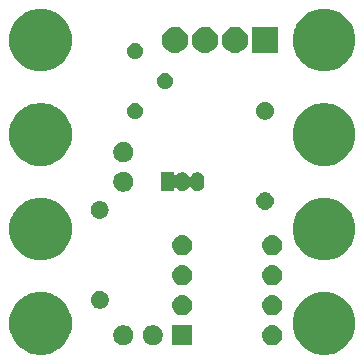
<source format=gbr>
G04 #@! TF.GenerationSoftware,KiCad,Pcbnew,(5.1.4)-1*
G04 #@! TF.CreationDate,2019-11-07T18:26:41-06:00*
G04 #@! TF.ProjectId,SensorBoard,53656e73-6f72-4426-9f61-72642e6b6963,rev?*
G04 #@! TF.SameCoordinates,Original*
G04 #@! TF.FileFunction,Soldermask,Bot*
G04 #@! TF.FilePolarity,Negative*
%FSLAX46Y46*%
G04 Gerber Fmt 4.6, Leading zero omitted, Abs format (unit mm)*
G04 Created by KiCad (PCBNEW (5.1.4)-1) date 2019-11-07 18:26:41*
%MOMM*%
%LPD*%
G04 APERTURE LIST*
%ADD10C,0.100000*%
G04 APERTURE END LIST*
D10*
G36*
X16773268Y-21450876D02*
G01*
X16943202Y-21521265D01*
X17255718Y-21650713D01*
X17284547Y-21669976D01*
X17689914Y-21940834D01*
X18059166Y-22310086D01*
X18159335Y-22460000D01*
X18349287Y-22744282D01*
X18428316Y-22935076D01*
X18526041Y-23171004D01*
X18549124Y-23226733D01*
X18651000Y-23738898D01*
X18651000Y-24261102D01*
X18635508Y-24338985D01*
X18549124Y-24773268D01*
X18524309Y-24833177D01*
X18349287Y-25255718D01*
X18349286Y-25255719D01*
X18059166Y-25689914D01*
X17689914Y-26059166D01*
X17471341Y-26205212D01*
X17255718Y-26349287D01*
X16973105Y-26466349D01*
X16773268Y-26549124D01*
X16517184Y-26600062D01*
X16261102Y-26651000D01*
X15738898Y-26651000D01*
X15482816Y-26600062D01*
X15226732Y-26549124D01*
X15026895Y-26466349D01*
X14744282Y-26349287D01*
X14528659Y-26205212D01*
X14310086Y-26059166D01*
X13940834Y-25689914D01*
X13650714Y-25255719D01*
X13650713Y-25255718D01*
X13475691Y-24833177D01*
X13450876Y-24773268D01*
X13364492Y-24338985D01*
X13349000Y-24261102D01*
X13349000Y-23738898D01*
X13450876Y-23226733D01*
X13473960Y-23171004D01*
X13571684Y-22935076D01*
X13650713Y-22744282D01*
X13840665Y-22460000D01*
X13940834Y-22310086D01*
X14310086Y-21940834D01*
X14715453Y-21669976D01*
X14744282Y-21650713D01*
X15056798Y-21521265D01*
X15226732Y-21450876D01*
X15738898Y-21349000D01*
X16261102Y-21349000D01*
X16773268Y-21450876D01*
X16773268Y-21450876D01*
G37*
G36*
X-7226732Y-21450876D02*
G01*
X-7056798Y-21521265D01*
X-6744282Y-21650713D01*
X-6715453Y-21669976D01*
X-6310086Y-21940834D01*
X-5940834Y-22310086D01*
X-5840665Y-22460000D01*
X-5650713Y-22744282D01*
X-5571684Y-22935076D01*
X-5473959Y-23171004D01*
X-5450876Y-23226733D01*
X-5349000Y-23738898D01*
X-5349000Y-24261102D01*
X-5364492Y-24338985D01*
X-5450876Y-24773268D01*
X-5475691Y-24833177D01*
X-5650713Y-25255718D01*
X-5650714Y-25255719D01*
X-5940834Y-25689914D01*
X-6310086Y-26059166D01*
X-6528659Y-26205212D01*
X-6744282Y-26349287D01*
X-7026895Y-26466349D01*
X-7226732Y-26549124D01*
X-7482816Y-26600062D01*
X-7738898Y-26651000D01*
X-8261102Y-26651000D01*
X-8517184Y-26600062D01*
X-8773268Y-26549124D01*
X-8973105Y-26466349D01*
X-9255718Y-26349287D01*
X-9471341Y-26205212D01*
X-9689914Y-26059166D01*
X-10059166Y-25689914D01*
X-10349286Y-25255719D01*
X-10349287Y-25255718D01*
X-10524309Y-24833177D01*
X-10549124Y-24773268D01*
X-10635508Y-24338985D01*
X-10651000Y-24261102D01*
X-10651000Y-23738898D01*
X-10549124Y-23226733D01*
X-10526040Y-23171004D01*
X-10428316Y-22935076D01*
X-10349287Y-22744282D01*
X-10159335Y-22460000D01*
X-10059166Y-22310086D01*
X-9689914Y-21940834D01*
X-9284547Y-21669976D01*
X-9255718Y-21650713D01*
X-8943202Y-21521265D01*
X-8773268Y-21450876D01*
X-8261102Y-21349000D01*
X-7738898Y-21349000D01*
X-7226732Y-21450876D01*
X-7226732Y-21450876D01*
G37*
G36*
X-751772Y-24181703D02*
G01*
X-596900Y-24245853D01*
X-457519Y-24338985D01*
X-338985Y-24457519D01*
X-245853Y-24596900D01*
X-181703Y-24751772D01*
X-149000Y-24916184D01*
X-149000Y-25083816D01*
X-181703Y-25248228D01*
X-245853Y-25403100D01*
X-338985Y-25542481D01*
X-457519Y-25661015D01*
X-596900Y-25754147D01*
X-751772Y-25818297D01*
X-916184Y-25851000D01*
X-1083816Y-25851000D01*
X-1248228Y-25818297D01*
X-1403100Y-25754147D01*
X-1542481Y-25661015D01*
X-1661015Y-25542481D01*
X-1754147Y-25403100D01*
X-1818297Y-25248228D01*
X-1851000Y-25083816D01*
X-1851000Y-24916184D01*
X-1818297Y-24751772D01*
X-1754147Y-24596900D01*
X-1661015Y-24457519D01*
X-1542481Y-24338985D01*
X-1403100Y-24245853D01*
X-1248228Y-24181703D01*
X-1083816Y-24149000D01*
X-916184Y-24149000D01*
X-751772Y-24181703D01*
X-751772Y-24181703D01*
G37*
G36*
X11786823Y-24161313D02*
G01*
X11947242Y-24209976D01*
X12014361Y-24245852D01*
X12095078Y-24288996D01*
X12224659Y-24395341D01*
X12331004Y-24524922D01*
X12331005Y-24524924D01*
X12410024Y-24672758D01*
X12458687Y-24833177D01*
X12475117Y-25000000D01*
X12458687Y-25166823D01*
X12410024Y-25327242D01*
X12369477Y-25403100D01*
X12331004Y-25475078D01*
X12224659Y-25604659D01*
X12095078Y-25711004D01*
X12095076Y-25711005D01*
X11947242Y-25790024D01*
X11786823Y-25838687D01*
X11661804Y-25851000D01*
X11578196Y-25851000D01*
X11453177Y-25838687D01*
X11292758Y-25790024D01*
X11144924Y-25711005D01*
X11144922Y-25711004D01*
X11015341Y-25604659D01*
X10908996Y-25475078D01*
X10870523Y-25403100D01*
X10829976Y-25327242D01*
X10781313Y-25166823D01*
X10764883Y-25000000D01*
X10781313Y-24833177D01*
X10829976Y-24672758D01*
X10908995Y-24524924D01*
X10908996Y-24524922D01*
X11015341Y-24395341D01*
X11144922Y-24288996D01*
X11225639Y-24245852D01*
X11292758Y-24209976D01*
X11453177Y-24161313D01*
X11578196Y-24149000D01*
X11661804Y-24149000D01*
X11786823Y-24161313D01*
X11786823Y-24161313D01*
G37*
G36*
X4851000Y-25851000D02*
G01*
X3149000Y-25851000D01*
X3149000Y-24149000D01*
X4851000Y-24149000D01*
X4851000Y-25851000D01*
X4851000Y-25851000D01*
G37*
G36*
X1748228Y-24181703D02*
G01*
X1903100Y-24245853D01*
X2042481Y-24338985D01*
X2161015Y-24457519D01*
X2254147Y-24596900D01*
X2318297Y-24751772D01*
X2351000Y-24916184D01*
X2351000Y-25083816D01*
X2318297Y-25248228D01*
X2254147Y-25403100D01*
X2161015Y-25542481D01*
X2042481Y-25661015D01*
X1903100Y-25754147D01*
X1748228Y-25818297D01*
X1583816Y-25851000D01*
X1416184Y-25851000D01*
X1251772Y-25818297D01*
X1096900Y-25754147D01*
X957519Y-25661015D01*
X838985Y-25542481D01*
X745853Y-25403100D01*
X681703Y-25248228D01*
X649000Y-25083816D01*
X649000Y-24916184D01*
X681703Y-24751772D01*
X745853Y-24596900D01*
X838985Y-24457519D01*
X957519Y-24338985D01*
X1096900Y-24245853D01*
X1251772Y-24181703D01*
X1416184Y-24149000D01*
X1583816Y-24149000D01*
X1748228Y-24181703D01*
X1748228Y-24181703D01*
G37*
G36*
X11786823Y-21621313D02*
G01*
X11947242Y-21669976D01*
X12079906Y-21740886D01*
X12095078Y-21748996D01*
X12224659Y-21855341D01*
X12331004Y-21984922D01*
X12331005Y-21984924D01*
X12410024Y-22132758D01*
X12458687Y-22293177D01*
X12475117Y-22460000D01*
X12458687Y-22626823D01*
X12410024Y-22787242D01*
X12339114Y-22919906D01*
X12331004Y-22935078D01*
X12224659Y-23064659D01*
X12095078Y-23171004D01*
X12095076Y-23171005D01*
X11947242Y-23250024D01*
X11786823Y-23298687D01*
X11661804Y-23311000D01*
X11578196Y-23311000D01*
X11453177Y-23298687D01*
X11292758Y-23250024D01*
X11144924Y-23171005D01*
X11144922Y-23171004D01*
X11015341Y-23064659D01*
X10908996Y-22935078D01*
X10900886Y-22919906D01*
X10829976Y-22787242D01*
X10781313Y-22626823D01*
X10764883Y-22460000D01*
X10781313Y-22293177D01*
X10829976Y-22132758D01*
X10908995Y-21984924D01*
X10908996Y-21984922D01*
X11015341Y-21855341D01*
X11144922Y-21748996D01*
X11160094Y-21740886D01*
X11292758Y-21669976D01*
X11453177Y-21621313D01*
X11578196Y-21609000D01*
X11661804Y-21609000D01*
X11786823Y-21621313D01*
X11786823Y-21621313D01*
G37*
G36*
X4166823Y-21621313D02*
G01*
X4327242Y-21669976D01*
X4459906Y-21740886D01*
X4475078Y-21748996D01*
X4604659Y-21855341D01*
X4711004Y-21984922D01*
X4711005Y-21984924D01*
X4790024Y-22132758D01*
X4838687Y-22293177D01*
X4855117Y-22460000D01*
X4838687Y-22626823D01*
X4790024Y-22787242D01*
X4719114Y-22919906D01*
X4711004Y-22935078D01*
X4604659Y-23064659D01*
X4475078Y-23171004D01*
X4475076Y-23171005D01*
X4327242Y-23250024D01*
X4166823Y-23298687D01*
X4041804Y-23311000D01*
X3958196Y-23311000D01*
X3833177Y-23298687D01*
X3672758Y-23250024D01*
X3524924Y-23171005D01*
X3524922Y-23171004D01*
X3395341Y-23064659D01*
X3288996Y-22935078D01*
X3280886Y-22919906D01*
X3209976Y-22787242D01*
X3161313Y-22626823D01*
X3144883Y-22460000D01*
X3161313Y-22293177D01*
X3209976Y-22132758D01*
X3288995Y-21984924D01*
X3288996Y-21984922D01*
X3395341Y-21855341D01*
X3524922Y-21748996D01*
X3540094Y-21740886D01*
X3672758Y-21669976D01*
X3833177Y-21621313D01*
X3958196Y-21609000D01*
X4041804Y-21609000D01*
X4166823Y-21621313D01*
X4166823Y-21621313D01*
G37*
G36*
X-2780941Y-21277860D02*
G01*
X-2644268Y-21334472D01*
X-2521265Y-21416660D01*
X-2416660Y-21521265D01*
X-2334472Y-21644268D01*
X-2334471Y-21644270D01*
X-2277860Y-21780941D01*
X-2249000Y-21926032D01*
X-2249000Y-22073968D01*
X-2277860Y-22219059D01*
X-2315565Y-22310088D01*
X-2334472Y-22355732D01*
X-2416660Y-22478735D01*
X-2521265Y-22583340D01*
X-2644268Y-22665528D01*
X-2644269Y-22665529D01*
X-2644270Y-22665529D01*
X-2780941Y-22722140D01*
X-2926032Y-22751000D01*
X-3073968Y-22751000D01*
X-3219059Y-22722140D01*
X-3355730Y-22665529D01*
X-3355731Y-22665529D01*
X-3355732Y-22665528D01*
X-3478735Y-22583340D01*
X-3583340Y-22478735D01*
X-3665528Y-22355732D01*
X-3684434Y-22310088D01*
X-3722140Y-22219059D01*
X-3751000Y-22073968D01*
X-3751000Y-21926032D01*
X-3722140Y-21780941D01*
X-3665529Y-21644270D01*
X-3665528Y-21644268D01*
X-3583340Y-21521265D01*
X-3478735Y-21416660D01*
X-3355732Y-21334472D01*
X-3219059Y-21277860D01*
X-3073968Y-21249000D01*
X-2926032Y-21249000D01*
X-2780941Y-21277860D01*
X-2780941Y-21277860D01*
G37*
G36*
X4166823Y-19081313D02*
G01*
X4327242Y-19129976D01*
X4459906Y-19200886D01*
X4475078Y-19208996D01*
X4604659Y-19315341D01*
X4711004Y-19444922D01*
X4711005Y-19444924D01*
X4790024Y-19592758D01*
X4838687Y-19753177D01*
X4855117Y-19920000D01*
X4838687Y-20086823D01*
X4790024Y-20247242D01*
X4719114Y-20379906D01*
X4711004Y-20395078D01*
X4604659Y-20524659D01*
X4475078Y-20631004D01*
X4475076Y-20631005D01*
X4327242Y-20710024D01*
X4166823Y-20758687D01*
X4041804Y-20771000D01*
X3958196Y-20771000D01*
X3833177Y-20758687D01*
X3672758Y-20710024D01*
X3524924Y-20631005D01*
X3524922Y-20631004D01*
X3395341Y-20524659D01*
X3288996Y-20395078D01*
X3280886Y-20379906D01*
X3209976Y-20247242D01*
X3161313Y-20086823D01*
X3144883Y-19920000D01*
X3161313Y-19753177D01*
X3209976Y-19592758D01*
X3288995Y-19444924D01*
X3288996Y-19444922D01*
X3395341Y-19315341D01*
X3524922Y-19208996D01*
X3540094Y-19200886D01*
X3672758Y-19129976D01*
X3833177Y-19081313D01*
X3958196Y-19069000D01*
X4041804Y-19069000D01*
X4166823Y-19081313D01*
X4166823Y-19081313D01*
G37*
G36*
X11786823Y-19081313D02*
G01*
X11947242Y-19129976D01*
X12079906Y-19200886D01*
X12095078Y-19208996D01*
X12224659Y-19315341D01*
X12331004Y-19444922D01*
X12331005Y-19444924D01*
X12410024Y-19592758D01*
X12458687Y-19753177D01*
X12475117Y-19920000D01*
X12458687Y-20086823D01*
X12410024Y-20247242D01*
X12339114Y-20379906D01*
X12331004Y-20395078D01*
X12224659Y-20524659D01*
X12095078Y-20631004D01*
X12095076Y-20631005D01*
X11947242Y-20710024D01*
X11786823Y-20758687D01*
X11661804Y-20771000D01*
X11578196Y-20771000D01*
X11453177Y-20758687D01*
X11292758Y-20710024D01*
X11144924Y-20631005D01*
X11144922Y-20631004D01*
X11015341Y-20524659D01*
X10908996Y-20395078D01*
X10900886Y-20379906D01*
X10829976Y-20247242D01*
X10781313Y-20086823D01*
X10764883Y-19920000D01*
X10781313Y-19753177D01*
X10829976Y-19592758D01*
X10908995Y-19444924D01*
X10908996Y-19444922D01*
X11015341Y-19315341D01*
X11144922Y-19208996D01*
X11160094Y-19200886D01*
X11292758Y-19129976D01*
X11453177Y-19081313D01*
X11578196Y-19069000D01*
X11661804Y-19069000D01*
X11786823Y-19081313D01*
X11786823Y-19081313D01*
G37*
G36*
X16773268Y-13450876D02*
G01*
X16973105Y-13533651D01*
X17255718Y-13650713D01*
X17471341Y-13794788D01*
X17689914Y-13940834D01*
X18059166Y-14310086D01*
X18092606Y-14360133D01*
X18349287Y-14744282D01*
X18372055Y-14799250D01*
X18487182Y-15077190D01*
X18549124Y-15226733D01*
X18651000Y-15738898D01*
X18651000Y-16261102D01*
X18549124Y-16773267D01*
X18349287Y-17255718D01*
X18349286Y-17255719D01*
X18059166Y-17689914D01*
X17689914Y-18059166D01*
X17524003Y-18170024D01*
X17255718Y-18349287D01*
X16973105Y-18466349D01*
X16773268Y-18549124D01*
X16261102Y-18651000D01*
X15738898Y-18651000D01*
X15226732Y-18549124D01*
X15026895Y-18466349D01*
X14744282Y-18349287D01*
X14475997Y-18170024D01*
X14310086Y-18059166D01*
X13940834Y-17689914D01*
X13650714Y-17255719D01*
X13650713Y-17255718D01*
X13450876Y-16773267D01*
X13349000Y-16261102D01*
X13349000Y-15738898D01*
X13450876Y-15226733D01*
X13512819Y-15077190D01*
X13627945Y-14799250D01*
X13650713Y-14744282D01*
X13907394Y-14360133D01*
X13940834Y-14310086D01*
X14310086Y-13940834D01*
X14528659Y-13794788D01*
X14744282Y-13650713D01*
X15026895Y-13533651D01*
X15226732Y-13450876D01*
X15738898Y-13349000D01*
X16261102Y-13349000D01*
X16773268Y-13450876D01*
X16773268Y-13450876D01*
G37*
G36*
X-7226732Y-13450876D02*
G01*
X-7026895Y-13533651D01*
X-6744282Y-13650713D01*
X-6528659Y-13794788D01*
X-6310086Y-13940834D01*
X-5940834Y-14310086D01*
X-5907394Y-14360133D01*
X-5650713Y-14744282D01*
X-5627945Y-14799250D01*
X-5512818Y-15077190D01*
X-5450876Y-15226733D01*
X-5349000Y-15738898D01*
X-5349000Y-16261102D01*
X-5450876Y-16773267D01*
X-5650713Y-17255718D01*
X-5650714Y-17255719D01*
X-5940834Y-17689914D01*
X-6310086Y-18059166D01*
X-6475997Y-18170024D01*
X-6744282Y-18349287D01*
X-7026895Y-18466349D01*
X-7226732Y-18549124D01*
X-7738898Y-18651000D01*
X-8261102Y-18651000D01*
X-8773268Y-18549124D01*
X-8973105Y-18466349D01*
X-9255718Y-18349287D01*
X-9524003Y-18170024D01*
X-9689914Y-18059166D01*
X-10059166Y-17689914D01*
X-10349286Y-17255719D01*
X-10349287Y-17255718D01*
X-10549124Y-16773267D01*
X-10651000Y-16261102D01*
X-10651000Y-15738898D01*
X-10549124Y-15226733D01*
X-10487181Y-15077190D01*
X-10372055Y-14799250D01*
X-10349287Y-14744282D01*
X-10092606Y-14360133D01*
X-10059166Y-14310086D01*
X-9689914Y-13940834D01*
X-9471341Y-13794788D01*
X-9255718Y-13650713D01*
X-8973105Y-13533651D01*
X-8773268Y-13450876D01*
X-8261102Y-13349000D01*
X-7738898Y-13349000D01*
X-7226732Y-13450876D01*
X-7226732Y-13450876D01*
G37*
G36*
X11786823Y-16541313D02*
G01*
X11947242Y-16589976D01*
X12079906Y-16660886D01*
X12095078Y-16668996D01*
X12224659Y-16775341D01*
X12331004Y-16904922D01*
X12331005Y-16904924D01*
X12410024Y-17052758D01*
X12458687Y-17213177D01*
X12475117Y-17380000D01*
X12458687Y-17546823D01*
X12410024Y-17707242D01*
X12339114Y-17839906D01*
X12331004Y-17855078D01*
X12224659Y-17984659D01*
X12095078Y-18091004D01*
X12095076Y-18091005D01*
X11947242Y-18170024D01*
X11786823Y-18218687D01*
X11661804Y-18231000D01*
X11578196Y-18231000D01*
X11453177Y-18218687D01*
X11292758Y-18170024D01*
X11144924Y-18091005D01*
X11144922Y-18091004D01*
X11015341Y-17984659D01*
X10908996Y-17855078D01*
X10900886Y-17839906D01*
X10829976Y-17707242D01*
X10781313Y-17546823D01*
X10764883Y-17380000D01*
X10781313Y-17213177D01*
X10829976Y-17052758D01*
X10908995Y-16904924D01*
X10908996Y-16904922D01*
X11015341Y-16775341D01*
X11144922Y-16668996D01*
X11160094Y-16660886D01*
X11292758Y-16589976D01*
X11453177Y-16541313D01*
X11578196Y-16529000D01*
X11661804Y-16529000D01*
X11786823Y-16541313D01*
X11786823Y-16541313D01*
G37*
G36*
X4166823Y-16541313D02*
G01*
X4327242Y-16589976D01*
X4459906Y-16660886D01*
X4475078Y-16668996D01*
X4604659Y-16775341D01*
X4711004Y-16904922D01*
X4711005Y-16904924D01*
X4790024Y-17052758D01*
X4838687Y-17213177D01*
X4855117Y-17380000D01*
X4838687Y-17546823D01*
X4790024Y-17707242D01*
X4719114Y-17839906D01*
X4711004Y-17855078D01*
X4604659Y-17984659D01*
X4475078Y-18091004D01*
X4475076Y-18091005D01*
X4327242Y-18170024D01*
X4166823Y-18218687D01*
X4041804Y-18231000D01*
X3958196Y-18231000D01*
X3833177Y-18218687D01*
X3672758Y-18170024D01*
X3524924Y-18091005D01*
X3524922Y-18091004D01*
X3395341Y-17984659D01*
X3288996Y-17855078D01*
X3280886Y-17839906D01*
X3209976Y-17707242D01*
X3161313Y-17546823D01*
X3144883Y-17380000D01*
X3161313Y-17213177D01*
X3209976Y-17052758D01*
X3288995Y-16904924D01*
X3288996Y-16904922D01*
X3395341Y-16775341D01*
X3524922Y-16668996D01*
X3540094Y-16660886D01*
X3672758Y-16589976D01*
X3833177Y-16541313D01*
X3958196Y-16529000D01*
X4041804Y-16529000D01*
X4166823Y-16541313D01*
X4166823Y-16541313D01*
G37*
G36*
X-2926335Y-13632622D02*
G01*
X-2852778Y-13639867D01*
X-2711214Y-13682810D01*
X-2580748Y-13752546D01*
X-2550960Y-13776992D01*
X-2466393Y-13846393D01*
X-2396992Y-13930960D01*
X-2372546Y-13960748D01*
X-2302810Y-14091214D01*
X-2259867Y-14232778D01*
X-2245367Y-14380000D01*
X-2259867Y-14527222D01*
X-2302810Y-14668786D01*
X-2372546Y-14799252D01*
X-2396992Y-14829040D01*
X-2466393Y-14913607D01*
X-2550960Y-14983008D01*
X-2580748Y-15007454D01*
X-2711214Y-15077190D01*
X-2852778Y-15120133D01*
X-2926335Y-15127378D01*
X-2963112Y-15131000D01*
X-3036888Y-15131000D01*
X-3073665Y-15127378D01*
X-3147222Y-15120133D01*
X-3288786Y-15077190D01*
X-3419252Y-15007454D01*
X-3449040Y-14983008D01*
X-3533607Y-14913607D01*
X-3603008Y-14829040D01*
X-3627454Y-14799252D01*
X-3697190Y-14668786D01*
X-3740133Y-14527222D01*
X-3754633Y-14380000D01*
X-3740133Y-14232778D01*
X-3697190Y-14091214D01*
X-3627454Y-13960748D01*
X-3603008Y-13930960D01*
X-3533607Y-13846393D01*
X-3449040Y-13776992D01*
X-3419252Y-13752546D01*
X-3288786Y-13682810D01*
X-3147222Y-13639867D01*
X-3073665Y-13632622D01*
X-3036888Y-13629000D01*
X-2963112Y-13629000D01*
X-2926335Y-13632622D01*
X-2926335Y-13632622D01*
G37*
G36*
X11073665Y-12872622D02*
G01*
X11147222Y-12879867D01*
X11288786Y-12922810D01*
X11419252Y-12992546D01*
X11449040Y-13016992D01*
X11533607Y-13086393D01*
X11603008Y-13170960D01*
X11627454Y-13200748D01*
X11697190Y-13331214D01*
X11740133Y-13472778D01*
X11754633Y-13620000D01*
X11740133Y-13767222D01*
X11697190Y-13908786D01*
X11627454Y-14039252D01*
X11603008Y-14069040D01*
X11533607Y-14153607D01*
X11449040Y-14223008D01*
X11419252Y-14247454D01*
X11288786Y-14317190D01*
X11147222Y-14360133D01*
X11073665Y-14367378D01*
X11036888Y-14371000D01*
X10963112Y-14371000D01*
X10926335Y-14367378D01*
X10852778Y-14360133D01*
X10711214Y-14317190D01*
X10580748Y-14247454D01*
X10550960Y-14223008D01*
X10466393Y-14153607D01*
X10396992Y-14069040D01*
X10372546Y-14039252D01*
X10302810Y-13908786D01*
X10259867Y-13767222D01*
X10245367Y-13620000D01*
X10259867Y-13472778D01*
X10302810Y-13331214D01*
X10372546Y-13200748D01*
X10396992Y-13170960D01*
X10466393Y-13086393D01*
X10550960Y-13016992D01*
X10580748Y-12992546D01*
X10711214Y-12922810D01*
X10852778Y-12879867D01*
X10926335Y-12872622D01*
X10963112Y-12869000D01*
X11036888Y-12869000D01*
X11073665Y-12872622D01*
X11073665Y-12872622D01*
G37*
G36*
X-751772Y-11181703D02*
G01*
X-596900Y-11245853D01*
X-457519Y-11338985D01*
X-338985Y-11457519D01*
X-245853Y-11596900D01*
X-181703Y-11751772D01*
X-149000Y-11916184D01*
X-149000Y-12083816D01*
X-181703Y-12248228D01*
X-245853Y-12403100D01*
X-338985Y-12542481D01*
X-457519Y-12661015D01*
X-596900Y-12754147D01*
X-751772Y-12818297D01*
X-916184Y-12851000D01*
X-1083816Y-12851000D01*
X-1248228Y-12818297D01*
X-1403100Y-12754147D01*
X-1542481Y-12661015D01*
X-1661015Y-12542481D01*
X-1754147Y-12403100D01*
X-1818297Y-12248228D01*
X-1851000Y-12083816D01*
X-1851000Y-11916184D01*
X-1818297Y-11751772D01*
X-1754147Y-11596900D01*
X-1661015Y-11457519D01*
X-1542481Y-11338985D01*
X-1403100Y-11245853D01*
X-1248228Y-11181703D01*
X-1083816Y-11149000D01*
X-916184Y-11149000D01*
X-751772Y-11181703D01*
X-751772Y-11181703D01*
G37*
G36*
X5382915Y-11207334D02*
G01*
X5491491Y-11240271D01*
X5491494Y-11240272D01*
X5527600Y-11259571D01*
X5591556Y-11293756D01*
X5679264Y-11365736D01*
X5751244Y-11453443D01*
X5785429Y-11517399D01*
X5804728Y-11553505D01*
X5804729Y-11553508D01*
X5837666Y-11662084D01*
X5846000Y-11746702D01*
X5846000Y-12253297D01*
X5837666Y-12337916D01*
X5805252Y-12444767D01*
X5804728Y-12446495D01*
X5794761Y-12465141D01*
X5751244Y-12546557D01*
X5679264Y-12634264D01*
X5591557Y-12706244D01*
X5527601Y-12740429D01*
X5491495Y-12759728D01*
X5491492Y-12759729D01*
X5382916Y-12792666D01*
X5270000Y-12803787D01*
X5157085Y-12792666D01*
X5048509Y-12759729D01*
X5048506Y-12759728D01*
X5012400Y-12740429D01*
X4948444Y-12706244D01*
X4860737Y-12634264D01*
X4788757Y-12546557D01*
X4745239Y-12465141D01*
X4731625Y-12444766D01*
X4714298Y-12427439D01*
X4693924Y-12413826D01*
X4671285Y-12404448D01*
X4647252Y-12399668D01*
X4622748Y-12399668D01*
X4598715Y-12404448D01*
X4576076Y-12413826D01*
X4555701Y-12427440D01*
X4538374Y-12444767D01*
X4524761Y-12465141D01*
X4481244Y-12546557D01*
X4409264Y-12634264D01*
X4321557Y-12706244D01*
X4257601Y-12740429D01*
X4221495Y-12759728D01*
X4221492Y-12759729D01*
X4112916Y-12792666D01*
X4000000Y-12803787D01*
X3887085Y-12792666D01*
X3778509Y-12759729D01*
X3778506Y-12759728D01*
X3742400Y-12740429D01*
X3678444Y-12706244D01*
X3590737Y-12634264D01*
X3527622Y-12557359D01*
X3510297Y-12540034D01*
X3489923Y-12526420D01*
X3467284Y-12517043D01*
X3443250Y-12512263D01*
X3418746Y-12512263D01*
X3394713Y-12517044D01*
X3372074Y-12526421D01*
X3351700Y-12540035D01*
X3334373Y-12557362D01*
X3320759Y-12577736D01*
X3311382Y-12600375D01*
X3306000Y-12636660D01*
X3306000Y-12801000D01*
X2154000Y-12801000D01*
X2154000Y-11199000D01*
X3306000Y-11199000D01*
X3306000Y-11363341D01*
X3308402Y-11387727D01*
X3315515Y-11411176D01*
X3327066Y-11432787D01*
X3342611Y-11451729D01*
X3361553Y-11467274D01*
X3383164Y-11478825D01*
X3406613Y-11485938D01*
X3430999Y-11488340D01*
X3455385Y-11485938D01*
X3478834Y-11478825D01*
X3500445Y-11467274D01*
X3519387Y-11451729D01*
X3527608Y-11442657D01*
X3590736Y-11365736D01*
X3678443Y-11293756D01*
X3742399Y-11259571D01*
X3778505Y-11240272D01*
X3778508Y-11240271D01*
X3887084Y-11207334D01*
X4000000Y-11196213D01*
X4112915Y-11207334D01*
X4221491Y-11240271D01*
X4221494Y-11240272D01*
X4257600Y-11259571D01*
X4321556Y-11293756D01*
X4409264Y-11365736D01*
X4481244Y-11453443D01*
X4524761Y-11534859D01*
X4538375Y-11555234D01*
X4555702Y-11572561D01*
X4576076Y-11586174D01*
X4598715Y-11595552D01*
X4622748Y-11600332D01*
X4647252Y-11600332D01*
X4671285Y-11595552D01*
X4693924Y-11586174D01*
X4714299Y-11572560D01*
X4731626Y-11555233D01*
X4745239Y-11534860D01*
X4788756Y-11453444D01*
X4860736Y-11365736D01*
X4948443Y-11293756D01*
X5012399Y-11259571D01*
X5048505Y-11240272D01*
X5048508Y-11240271D01*
X5157084Y-11207334D01*
X5270000Y-11196213D01*
X5382915Y-11207334D01*
X5382915Y-11207334D01*
G37*
G36*
X16499926Y-5396505D02*
G01*
X16773268Y-5450876D01*
X16943202Y-5521265D01*
X17255718Y-5650713D01*
X17295698Y-5677427D01*
X17689914Y-5940834D01*
X18059166Y-6310086D01*
X18171852Y-6478733D01*
X18349287Y-6744282D01*
X18549124Y-7226733D01*
X18651000Y-7738898D01*
X18651000Y-8261102D01*
X18549124Y-8773267D01*
X18349287Y-9255718D01*
X18349286Y-9255719D01*
X18059166Y-9689914D01*
X17689914Y-10059166D01*
X17537486Y-10161015D01*
X17255718Y-10349287D01*
X16973105Y-10466349D01*
X16773268Y-10549124D01*
X16261102Y-10651000D01*
X15738898Y-10651000D01*
X15226732Y-10549124D01*
X15026895Y-10466349D01*
X14744282Y-10349287D01*
X14462514Y-10161015D01*
X14310086Y-10059166D01*
X13940834Y-9689914D01*
X13650714Y-9255719D01*
X13650713Y-9255718D01*
X13450876Y-8773267D01*
X13349000Y-8261102D01*
X13349000Y-7738898D01*
X13450876Y-7226733D01*
X13650713Y-6744282D01*
X13828148Y-6478733D01*
X13940834Y-6310086D01*
X14310086Y-5940834D01*
X14704302Y-5677427D01*
X14744282Y-5650713D01*
X15056798Y-5521265D01*
X15226732Y-5450876D01*
X15500074Y-5396505D01*
X15738898Y-5349000D01*
X16261102Y-5349000D01*
X16499926Y-5396505D01*
X16499926Y-5396505D01*
G37*
G36*
X-7500074Y-5396505D02*
G01*
X-7226732Y-5450876D01*
X-7056798Y-5521265D01*
X-6744282Y-5650713D01*
X-6704302Y-5677427D01*
X-6310086Y-5940834D01*
X-5940834Y-6310086D01*
X-5828148Y-6478733D01*
X-5650713Y-6744282D01*
X-5450876Y-7226733D01*
X-5349000Y-7738898D01*
X-5349000Y-8261102D01*
X-5450876Y-8773267D01*
X-5650713Y-9255718D01*
X-5650714Y-9255719D01*
X-5940834Y-9689914D01*
X-6310086Y-10059166D01*
X-6462514Y-10161015D01*
X-6744282Y-10349287D01*
X-7026895Y-10466349D01*
X-7226732Y-10549124D01*
X-7738898Y-10651000D01*
X-8261102Y-10651000D01*
X-8773268Y-10549124D01*
X-8973105Y-10466349D01*
X-9255718Y-10349287D01*
X-9537486Y-10161015D01*
X-9689914Y-10059166D01*
X-10059166Y-9689914D01*
X-10349286Y-9255719D01*
X-10349287Y-9255718D01*
X-10549124Y-8773267D01*
X-10651000Y-8261102D01*
X-10651000Y-7738898D01*
X-10549124Y-7226733D01*
X-10349287Y-6744282D01*
X-10171852Y-6478733D01*
X-10059166Y-6310086D01*
X-9689914Y-5940834D01*
X-9295698Y-5677427D01*
X-9255718Y-5650713D01*
X-8943202Y-5521265D01*
X-8773268Y-5450876D01*
X-8499926Y-5396505D01*
X-8261102Y-5349000D01*
X-7738898Y-5349000D01*
X-7500074Y-5396505D01*
X-7500074Y-5396505D01*
G37*
G36*
X-751772Y-8681703D02*
G01*
X-596900Y-8745853D01*
X-457519Y-8838985D01*
X-338985Y-8957519D01*
X-245853Y-9096900D01*
X-181703Y-9251772D01*
X-149000Y-9416184D01*
X-149000Y-9583816D01*
X-181703Y-9748228D01*
X-245853Y-9903100D01*
X-338985Y-10042481D01*
X-457519Y-10161015D01*
X-596900Y-10254147D01*
X-751772Y-10318297D01*
X-916184Y-10351000D01*
X-1083816Y-10351000D01*
X-1248228Y-10318297D01*
X-1403100Y-10254147D01*
X-1542481Y-10161015D01*
X-1661015Y-10042481D01*
X-1754147Y-9903100D01*
X-1818297Y-9748228D01*
X-1851000Y-9583816D01*
X-1851000Y-9416184D01*
X-1818297Y-9251772D01*
X-1754147Y-9096900D01*
X-1661015Y-8957519D01*
X-1542481Y-8838985D01*
X-1403100Y-8745853D01*
X-1248228Y-8681703D01*
X-1083816Y-8649000D01*
X-916184Y-8649000D01*
X-751772Y-8681703D01*
X-751772Y-8681703D01*
G37*
G36*
X11219059Y-5277860D02*
G01*
X11318380Y-5319000D01*
X11355732Y-5334472D01*
X11478735Y-5416660D01*
X11583340Y-5521265D01*
X11583341Y-5521267D01*
X11665529Y-5644270D01*
X11722140Y-5780941D01*
X11751000Y-5926032D01*
X11751000Y-6073968D01*
X11722140Y-6219059D01*
X11684435Y-6310088D01*
X11665528Y-6355732D01*
X11583340Y-6478735D01*
X11478735Y-6583340D01*
X11355732Y-6665528D01*
X11355731Y-6665529D01*
X11355730Y-6665529D01*
X11219059Y-6722140D01*
X11073968Y-6751000D01*
X10926032Y-6751000D01*
X10780941Y-6722140D01*
X10644270Y-6665529D01*
X10644269Y-6665529D01*
X10644268Y-6665528D01*
X10521265Y-6583340D01*
X10416660Y-6478735D01*
X10334472Y-6355732D01*
X10315566Y-6310088D01*
X10277860Y-6219059D01*
X10249000Y-6073968D01*
X10249000Y-5926032D01*
X10277860Y-5780941D01*
X10334471Y-5644270D01*
X10416659Y-5521267D01*
X10416660Y-5521265D01*
X10521265Y-5416660D01*
X10644268Y-5334472D01*
X10681621Y-5319000D01*
X10780941Y-5277860D01*
X10926032Y-5249000D01*
X11073968Y-5249000D01*
X11219059Y-5277860D01*
X11219059Y-5277860D01*
G37*
G36*
X198639Y-5345170D02*
G01*
X322573Y-5396505D01*
X322574Y-5396506D01*
X434112Y-5471033D01*
X528967Y-5565888D01*
X528968Y-5565890D01*
X603495Y-5677427D01*
X654830Y-5801361D01*
X681000Y-5932926D01*
X681000Y-6067074D01*
X654830Y-6198639D01*
X603495Y-6322573D01*
X603494Y-6322574D01*
X528967Y-6434112D01*
X434112Y-6528967D01*
X377964Y-6566484D01*
X322573Y-6603495D01*
X198639Y-6654830D01*
X67074Y-6681000D01*
X-67074Y-6681000D01*
X-198639Y-6654830D01*
X-322573Y-6603495D01*
X-377964Y-6566484D01*
X-434112Y-6528967D01*
X-528967Y-6434112D01*
X-603494Y-6322574D01*
X-603495Y-6322573D01*
X-654830Y-6198639D01*
X-681000Y-6067074D01*
X-681000Y-5932926D01*
X-654830Y-5801361D01*
X-603495Y-5677427D01*
X-528968Y-5565890D01*
X-528967Y-5565888D01*
X-434112Y-5471033D01*
X-322574Y-5396506D01*
X-322573Y-5396505D01*
X-198639Y-5345170D01*
X-67074Y-5319000D01*
X67074Y-5319000D01*
X198639Y-5345170D01*
X198639Y-5345170D01*
G37*
G36*
X2738639Y-2805170D02*
G01*
X2862573Y-2856505D01*
X2862574Y-2856506D01*
X2974112Y-2931033D01*
X3068967Y-3025888D01*
X3068968Y-3025890D01*
X3143495Y-3137427D01*
X3194830Y-3261361D01*
X3221000Y-3392926D01*
X3221000Y-3527074D01*
X3194830Y-3658639D01*
X3143495Y-3782573D01*
X3143494Y-3782574D01*
X3068967Y-3894112D01*
X2974112Y-3988967D01*
X2917964Y-4026484D01*
X2862573Y-4063495D01*
X2738639Y-4114830D01*
X2607074Y-4141000D01*
X2472926Y-4141000D01*
X2341361Y-4114830D01*
X2217427Y-4063495D01*
X2162036Y-4026484D01*
X2105888Y-3988967D01*
X2011033Y-3894112D01*
X1936506Y-3782574D01*
X1936505Y-3782573D01*
X1885170Y-3658639D01*
X1859000Y-3527074D01*
X1859000Y-3392926D01*
X1885170Y-3261361D01*
X1936505Y-3137427D01*
X2011032Y-3025890D01*
X2011033Y-3025888D01*
X2105888Y-2931033D01*
X2217426Y-2856506D01*
X2217427Y-2856505D01*
X2341361Y-2805170D01*
X2472926Y-2779000D01*
X2607074Y-2779000D01*
X2738639Y-2805170D01*
X2738639Y-2805170D01*
G37*
G36*
X-7226732Y2549124D02*
G01*
X-7026895Y2466349D01*
X-6744282Y2349287D01*
X-6744281Y2349286D01*
X-6310086Y2059166D01*
X-5940834Y1689914D01*
X-5940833Y1689912D01*
X-5650713Y1255718D01*
X-5586627Y1101000D01*
X-5484815Y855205D01*
X-5450876Y773267D01*
X-5349000Y261102D01*
X-5349000Y-261102D01*
X-5360021Y-316506D01*
X-5450876Y-773268D01*
X-5533651Y-973105D01*
X-5650713Y-1255718D01*
X-5650714Y-1255719D01*
X-5940834Y-1689914D01*
X-6310086Y-2059166D01*
X-6528659Y-2205212D01*
X-6744282Y-2349287D01*
X-7026895Y-2466349D01*
X-7226732Y-2549124D01*
X-7738898Y-2651000D01*
X-8261102Y-2651000D01*
X-8773268Y-2549124D01*
X-8973105Y-2466349D01*
X-9255718Y-2349287D01*
X-9471341Y-2205212D01*
X-9689914Y-2059166D01*
X-10059166Y-1689914D01*
X-10349286Y-1255719D01*
X-10349287Y-1255718D01*
X-10466349Y-973105D01*
X-10549124Y-773268D01*
X-10639979Y-316506D01*
X-10651000Y-261102D01*
X-10651000Y261102D01*
X-10549124Y773267D01*
X-10515184Y855205D01*
X-10413373Y1101000D01*
X-10349287Y1255718D01*
X-10059167Y1689912D01*
X-10059166Y1689914D01*
X-9689914Y2059166D01*
X-9255719Y2349286D01*
X-9255718Y2349287D01*
X-8973105Y2466349D01*
X-8773268Y2549124D01*
X-8261102Y2651000D01*
X-7738898Y2651000D01*
X-7226732Y2549124D01*
X-7226732Y2549124D01*
G37*
G36*
X16773268Y2549124D02*
G01*
X16973105Y2466349D01*
X17255718Y2349287D01*
X17255719Y2349286D01*
X17689914Y2059166D01*
X18059166Y1689914D01*
X18059167Y1689912D01*
X18349287Y1255718D01*
X18413373Y1101000D01*
X18515185Y855205D01*
X18549124Y773267D01*
X18651000Y261102D01*
X18651000Y-261102D01*
X18639979Y-316506D01*
X18549124Y-773268D01*
X18466349Y-973105D01*
X18349287Y-1255718D01*
X18349286Y-1255719D01*
X18059166Y-1689914D01*
X17689914Y-2059166D01*
X17471341Y-2205212D01*
X17255718Y-2349287D01*
X16973105Y-2466349D01*
X16773268Y-2549124D01*
X16261102Y-2651000D01*
X15738898Y-2651000D01*
X15226732Y-2549124D01*
X15026895Y-2466349D01*
X14744282Y-2349287D01*
X14528659Y-2205212D01*
X14310086Y-2059166D01*
X13940834Y-1689914D01*
X13650714Y-1255719D01*
X13650713Y-1255718D01*
X13533651Y-973105D01*
X13450876Y-773268D01*
X13360021Y-316506D01*
X13349000Y-261102D01*
X13349000Y261102D01*
X13450876Y773267D01*
X13484816Y855205D01*
X13586627Y1101000D01*
X13650713Y1255718D01*
X13940833Y1689912D01*
X13940834Y1689914D01*
X14310086Y2059166D01*
X14744281Y2349286D01*
X14744282Y2349287D01*
X15026895Y2466349D01*
X15226732Y2549124D01*
X15738898Y2651000D01*
X16261102Y2651000D01*
X16773268Y2549124D01*
X16773268Y2549124D01*
G37*
G36*
X198639Y-265170D02*
G01*
X322573Y-316505D01*
X377964Y-353516D01*
X434112Y-391033D01*
X528967Y-485888D01*
X528968Y-485890D01*
X603495Y-597427D01*
X654830Y-721361D01*
X681000Y-852926D01*
X681000Y-987074D01*
X654830Y-1118639D01*
X603495Y-1242573D01*
X594711Y-1255719D01*
X528967Y-1354112D01*
X434112Y-1448967D01*
X377964Y-1486484D01*
X322573Y-1523495D01*
X198639Y-1574830D01*
X67074Y-1601000D01*
X-67074Y-1601000D01*
X-198639Y-1574830D01*
X-322573Y-1523495D01*
X-377964Y-1486484D01*
X-434112Y-1448967D01*
X-528967Y-1354112D01*
X-594711Y-1255719D01*
X-603495Y-1242573D01*
X-654830Y-1118639D01*
X-681000Y-987074D01*
X-681000Y-852926D01*
X-654830Y-721361D01*
X-603495Y-597427D01*
X-528968Y-485890D01*
X-528967Y-485888D01*
X-434112Y-391033D01*
X-377964Y-353516D01*
X-322573Y-316505D01*
X-198639Y-265170D01*
X-67074Y-239000D01*
X67074Y-239000D01*
X198639Y-265170D01*
X198639Y-265170D01*
G37*
G36*
X12101000Y-1101000D02*
G01*
X9899000Y-1101000D01*
X9899000Y1101000D01*
X12101000Y1101000D01*
X12101000Y-1101000D01*
X12101000Y-1101000D01*
G37*
G36*
X3594794Y1079845D02*
G01*
X3701150Y1058689D01*
X3901520Y975693D01*
X4081844Y855205D01*
X4235205Y701844D01*
X4355693Y521520D01*
X4355693Y521519D01*
X4438689Y321150D01*
X4481000Y108439D01*
X4481000Y-108439D01*
X4450634Y-261101D01*
X4438689Y-321149D01*
X4355693Y-521520D01*
X4235205Y-701844D01*
X4081844Y-855205D01*
X3901520Y-975693D01*
X3701150Y-1058689D01*
X3594794Y-1079845D01*
X3488440Y-1101000D01*
X3271560Y-1101000D01*
X3165205Y-1079844D01*
X3058850Y-1058689D01*
X2958666Y-1017191D01*
X2858480Y-975693D01*
X2678156Y-855205D01*
X2524795Y-701844D01*
X2404307Y-521520D01*
X2321311Y-321149D01*
X2309367Y-261101D01*
X2279000Y-108439D01*
X2279000Y108439D01*
X2321311Y321150D01*
X2404307Y521519D01*
X2404307Y521520D01*
X2524795Y701844D01*
X2678156Y855205D01*
X2858480Y975693D01*
X2958666Y1017191D01*
X3058850Y1058689D01*
X3165205Y1079844D01*
X3271560Y1101000D01*
X3488440Y1101000D01*
X3594794Y1079845D01*
X3594794Y1079845D01*
G37*
G36*
X6134794Y1079845D02*
G01*
X6241150Y1058689D01*
X6441520Y975693D01*
X6621844Y855205D01*
X6775205Y701844D01*
X6895693Y521520D01*
X6895693Y521519D01*
X6978689Y321150D01*
X7021000Y108439D01*
X7021000Y-108439D01*
X6990634Y-261101D01*
X6978689Y-321149D01*
X6895693Y-521520D01*
X6775205Y-701844D01*
X6621844Y-855205D01*
X6441520Y-975693D01*
X6241150Y-1058689D01*
X6134794Y-1079845D01*
X6028440Y-1101000D01*
X5811560Y-1101000D01*
X5705205Y-1079844D01*
X5598850Y-1058689D01*
X5498666Y-1017191D01*
X5398480Y-975693D01*
X5218156Y-855205D01*
X5064795Y-701844D01*
X4944307Y-521520D01*
X4861311Y-321149D01*
X4849367Y-261101D01*
X4819000Y-108439D01*
X4819000Y108439D01*
X4861311Y321150D01*
X4944307Y521519D01*
X4944307Y521520D01*
X5064795Y701844D01*
X5218156Y855205D01*
X5398480Y975693D01*
X5498666Y1017191D01*
X5598850Y1058689D01*
X5705205Y1079844D01*
X5811560Y1101000D01*
X6028440Y1101000D01*
X6134794Y1079845D01*
X6134794Y1079845D01*
G37*
G36*
X8674794Y1079845D02*
G01*
X8781150Y1058689D01*
X8981520Y975693D01*
X9161844Y855205D01*
X9315205Y701844D01*
X9435693Y521520D01*
X9435693Y521519D01*
X9518689Y321150D01*
X9561000Y108439D01*
X9561000Y-108439D01*
X9530634Y-261101D01*
X9518689Y-321149D01*
X9435693Y-521520D01*
X9315205Y-701844D01*
X9161844Y-855205D01*
X8981520Y-975693D01*
X8781150Y-1058689D01*
X8674794Y-1079845D01*
X8568440Y-1101000D01*
X8351560Y-1101000D01*
X8245205Y-1079844D01*
X8138850Y-1058689D01*
X7938480Y-975693D01*
X7758156Y-855205D01*
X7604795Y-701844D01*
X7484307Y-521520D01*
X7401311Y-321149D01*
X7389367Y-261101D01*
X7359000Y-108439D01*
X7359000Y108439D01*
X7401311Y321150D01*
X7484307Y521519D01*
X7484307Y521520D01*
X7604795Y701844D01*
X7758156Y855205D01*
X7938480Y975693D01*
X8138850Y1058689D01*
X8245205Y1079844D01*
X8351560Y1101000D01*
X8568440Y1101000D01*
X8674794Y1079845D01*
X8674794Y1079845D01*
G37*
M02*

</source>
